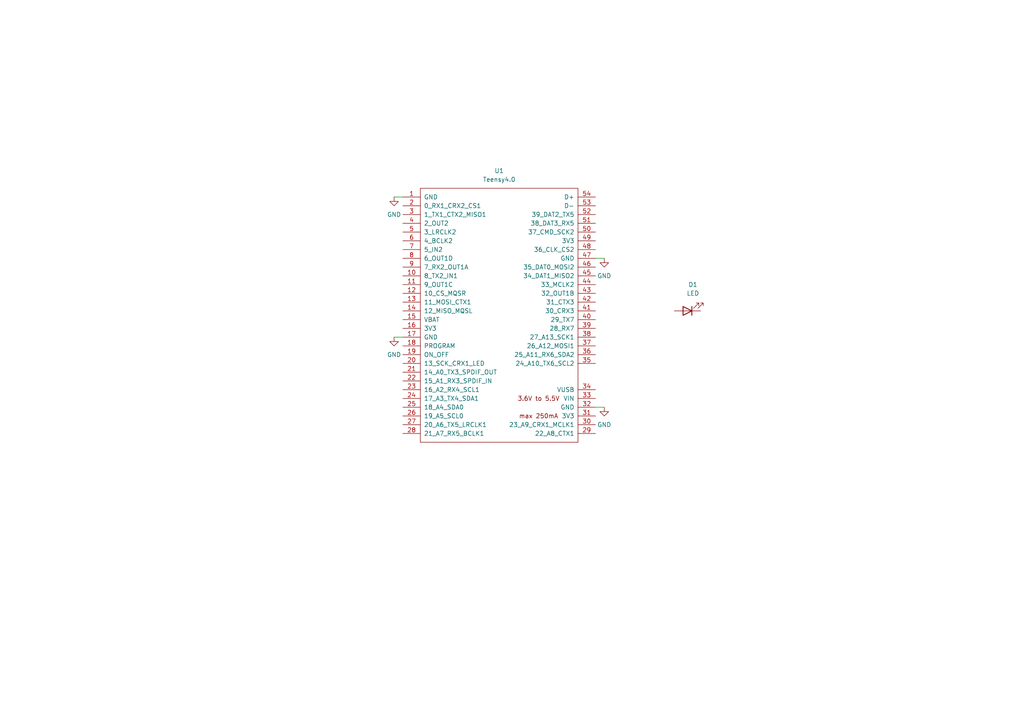
<source format=kicad_sch>
(kicad_sch (version 20230121) (generator eeschema)
  (paper "A4")
  (lib_symbols
    (symbol "Device:LED" (pin_numbers hide) (pin_names (offset 1.016) hide)
      (property "Reference" "D" (at 0 2.54 0))
      (property "Value" "LED" (at 0 -2.54 0))
      (symbol "LED_0_1"
        (polyline (pts (xy -1.27 -1.27) (xy -1.27 1.27)) (stroke (width 0.254)))
        (polyline (pts (xy -1.27 0) (xy 1.27 0)))
        (polyline (pts (xy 1.27 -1.27) (xy 1.27 1.27) (xy -1.27 0) (xy 1.27 -1.27)) (stroke (width 0.254)))
        (polyline (pts (xy -3.048 -0.762) (xy -4.572 -2.286) (xy -3.81 -2.286) (xy -4.572 -2.286) (xy -4.572 -1.524)))
        (polyline (pts (xy -1.778 -0.762) (xy -3.302 -2.286) (xy -2.54 -2.286) (xy -3.302 -2.286) (xy -3.302 -1.524)))
      )
      (symbol "LED_1_1"
        (pin passive line (at -3.81 0 0) (length 2.54) (name "K") (number "1"))
        (pin passive line (at 3.81 0 180) (length 2.54) (name "A") (number "2"))
      )
    )
    (symbol "power:GND" (power) (pin_names (offset 0))
      (property "Value" "GND" (at 0 -3.81 0))
      (symbol "GND_0_1"
        (polyline (pts (xy 0 0) (xy 0 -1.27) (xy 1.27 -1.27) (xy 0 -2.54) (xy -1.27 -1.27) (xy 0 -1.27)))
      )
      (symbol "GND_1_1"
        (pin power_in line (at 0 0 270) (length 0) hide (name "GND") (number "1"))
      )
    )
    (symbol "teensy:Teensy4.0" (pin_names (offset 1.016))
      (property "Reference" "U" (at 0 39.37 0))
      (property "Value" "Teensy4.0" (at 0 -39.37 0))
      (symbol "Teensy4.0_0_0"
        (text "3.6V to 5.5V" (at 11.43 -24.13 0) (effects (font (size 1.27 1.27))))
        (text "max 250mA" (at 11.43 -29.21 0) (effects (font (size 1.27 1.27))))
        (pin bidirectional line (at -27.94 11.43 0) (length 5.08) (name "8_TX2_IN1") (number "10"))
        (pin bidirectional line (at -27.94 8.89 0) (length 5.08) (name "9_OUT1C") (number "11"))
        (pin bidirectional line (at -27.94 6.35 0) (length 5.08) (name "10_CS_MQSR") (number "12"))
        (pin bidirectional line (at -27.94 3.81 0) (length 5.08) (name "11_MOSI_CTX1") (number "13"))
        (pin bidirectional line (at -27.94 1.27 0) (length 5.08) (name "12_MISO_MQSL") (number "14"))
        (pin power_in line (at -27.94 -1.27 0) (length 5.08) (name "VBAT") (number "15"))
        (pin power_in line (at -27.94 -3.81 0) (length 5.08) (name "3V3") (number "16"))
        (pin power_in line (at -27.94 -6.35 0) (length 5.08) (name "GND") (number "17"))
        (pin input line (at -27.94 -8.89 0) (length 5.08) (name "PROGRAM") (number "18"))
        (pin input line (at -27.94 -11.43 0) (length 5.08) (name "ON_OFF") (number "19"))
        (pin bidirectional line (at -27.94 -13.97 0) (length 5.08) (name "13_SCK_CRX1_LED") (number "20"))
        (pin bidirectional line (at -27.94 -16.51 0) (length 5.08) (name "14_A0_TX3_SPDIF_OUT") (number "21"))
        (pin bidirectional line (at -27.94 -19.05 0) (length 5.08) (name "15_A1_RX3_SPDIF_IN") (number "22"))
        (pin bidirectional line (at -27.94 -21.59 0) (length 5.08) (name "16_A2_RX4_SCL1") (number "23"))
        (pin bidirectional line (at -27.94 -24.13 0) (length 5.08) (name "17_A3_TX4_SDA1") (number "24"))
        (pin bidirectional line (at -27.94 -26.67 0) (length 5.08) (name "18_A4_SDA0") (number "25"))
        (pin bidirectional line (at -27.94 -29.21 0) (length 5.08) (name "19_A5_SCL0") (number "26"))
        (pin bidirectional line (at -27.94 -31.75 0) (length 5.08) (name "20_A6_TX5_LRCLK1") (number "27"))
        (pin bidirectional line (at -27.94 -34.29 0) (length 5.08) (name "21_A7_RX5_BCLK1") (number "28"))
        (pin bidirectional line (at 27.94 -34.29 180) (length 5.08) (name "22_A8_CTX1") (number "29"))
        (pin bidirectional line (at 27.94 -31.75 180) (length 5.08) (name "23_A9_CRX1_MCLK1") (number "30"))
        (pin power_out line (at 27.94 -29.21 180) (length 5.08) (name "3V3") (number "31"))
        (pin power_in line (at 27.94 -26.67 180) (length 5.08) (name "GND") (number "32"))
        (pin power_in line (at 27.94 -24.13 180) (length 5.08) (name "VIN") (number "33"))
        (pin power_out line (at 27.94 -21.59 180) (length 5.08) (name "VUSB") (number "34"))
        (pin bidirectional line (at 27.94 -13.97 180) (length 5.08) (name "24_A10_TX6_SCL2") (number "35"))
        (pin bidirectional line (at 27.94 -11.43 180) (length 5.08) (name "25_A11_RX6_SDA2") (number "36"))
        (pin bidirectional line (at 27.94 -8.89 180) (length 5.08) (name "26_A12_MOSI1") (number "37"))
        (pin bidirectional line (at 27.94 -6.35 180) (length 5.08) (name "27_A13_SCK1") (number "38"))
        (pin bidirectional line (at 27.94 -3.81 180) (length 5.08) (name "28_RX7") (number "39"))
        (pin bidirectional line (at 27.94 -1.27 180) (length 5.08) (name "29_TX7") (number "40"))
        (pin bidirectional line (at 27.94 1.27 180) (length 5.08) (name "30_CRX3") (number "41"))
        (pin bidirectional line (at 27.94 3.81 180) (length 5.08) (name "31_CTX3") (number "42"))
        (pin bidirectional line (at 27.94 6.35 180) (length 5.08) (name "32_OUT1B") (number "43"))
        (pin bidirectional line (at 27.94 8.89 180) (length 5.08) (name "33_MCLK2") (number "44"))
        (pin bidirectional line (at 27.94 11.43 180) (length 5.08) (name "34_DAT1_MISO2") (number "45"))
        (pin bidirectional line (at 27.94 13.97 180) (length 5.08) (name "35_DAT0_MOSI2") (number "46"))
        (pin power_out line (at 27.94 16.51 180) (length 5.08) (name "GND") (number "47"))
        (pin bidirectional line (at 27.94 19.05 180) (length 5.08) (name "36_CLK_CS2") (number "48"))
        (pin power_out line (at 27.94 21.59 180) (length 5.08) (name "3V3") (number "49"))
        (pin bidirectional line (at -27.94 24.13 0) (length 5.08) (name "3_LRCLK2") (number "5"))
        (pin bidirectional line (at 27.94 24.13 180) (length 5.08) (name "37_CMD_SCK2") (number "50"))
        (pin bidirectional line (at 27.94 26.67 180) (length 5.08) (name "38_DAT3_RX5") (number "51"))
        (pin bidirectional line (at 27.94 29.21 180) (length 5.08) (name "39_DAT2_TX5") (number "52"))
        (pin bidirectional line (at 27.94 31.75 180) (length 5.08) (name "D-") (number "53"))
        (pin bidirectional line (at 27.94 34.29 180) (length 5.08) (name "D+") (number "54"))
        (pin bidirectional line (at -27.94 21.59 0) (length 5.08) (name "4_BCLK2") (number "6"))
        (pin bidirectional line (at -27.94 19.05 0) (length 5.08) (name "5_IN2") (number "7"))
        (pin bidirectional line (at -27.94 16.51 0) (length 5.08) (name "6_OUT1D") (number "8"))
        (pin bidirectional line (at -27.94 13.97 0) (length 5.08) (name "7_RX2_OUT1A") (number "9"))
      )
      (symbol "Teensy4.0_0_1"
        (rectangle (start -22.86 36.83) (end 22.86 -36.83))
        (rectangle (start -20.32 -31.75) (end -20.32 -31.75))
      )
      (symbol "Teensy4.0_1_1"
        (pin power_in line (at -27.94 34.29 0) (length 5.08) (name "GND") (number "1"))
        (pin bidirectional line (at -27.94 31.75 0) (length 5.08) (name "0_RX1_CRX2_CS1") (number "2"))
        (pin bidirectional line (at -27.94 29.21 0) (length 5.08) (name "1_TX1_CTX2_MISO1") (number "3"))
        (pin bidirectional line (at -27.94 26.67 0) (length 5.08) (name "2_OUT2") (number "4"))
      )
    )
  )
  (wire (pts (xy 114.3 57.15) (xy 116.84 57.15)))
  (wire (pts (xy 172.72 74.93) (xy 175.26 74.93)))
  (wire (pts (xy 114.3 97.79) (xy 116.84 97.79)))
  (wire (pts (xy 172.72 118.11) (xy 175.26 118.11)))
  (symbol (lib_id "power:GND") (at 114.3 97.79 0) (unit 1)
    (property "Reference" "#PWR01" (effects hide))
    (property "Value" "GND" (at 114.3 102.87 0))
  )
  (symbol (lib_id "power:GND") (at 175.26 118.11 0) (unit 1)
    (property "Reference" "#PWR04" (effects hide))
    (property "Value" "GND" (at 175.26 123.19 0))
  )
  (symbol (lib_id "power:GND") (at 175.26 74.93 0) (unit 1)
    (property "Reference" "#PWR03" (effects hide))
    (property "Value" "GND" (at 175.26 80.01 0))
  )
  (symbol (lib_id "power:GND") (at 114.3 57.15 0) (unit 1)
    (property "Reference" "#PWR02" (effects hide))
    (property "Value" "GND" (at 114.3 62.23 0))
  )
  (symbol (lib_id "Device:LED") (at 199.39 90.17 180) (unit 1)
    (property "Reference" "D1" (at 200.9775 82.55 0))
    (property "Value" "LED" (at 200.9775 85.09 0))
  )
  (symbol (lib_id "teensy:Teensy4.0") (at 144.78 91.44 0) (unit 1)
    (property "Reference" "U1" (at 144.78 49.53 0))
    (property "Value" "Teensy4.0" (at 144.78 52.07 0))
  )
)
</source>
